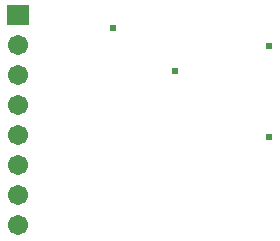
<source format=gts>
G04*
G04 #@! TF.GenerationSoftware,Altium Limited,Altium Designer,20.0.13 (296)*
G04*
G04 Layer_Color=8388736*
%FSLAX24Y24*%
%MOIN*%
G70*
G01*
G75*
%ADD12C,0.0671*%
%ADD13R,0.0749X0.0671*%
%ADD14C,0.0240*%
D12*
X571Y2386D02*
D03*
Y3386D02*
D03*
Y4386D02*
D03*
Y5386D02*
D03*
Y6386D02*
D03*
Y7386D02*
D03*
Y8386D02*
D03*
D13*
Y9386D02*
D03*
D14*
X5807Y7510D02*
D03*
X8937Y8356D02*
D03*
X8957Y5315D02*
D03*
X3740Y8957D02*
D03*
M02*

</source>
